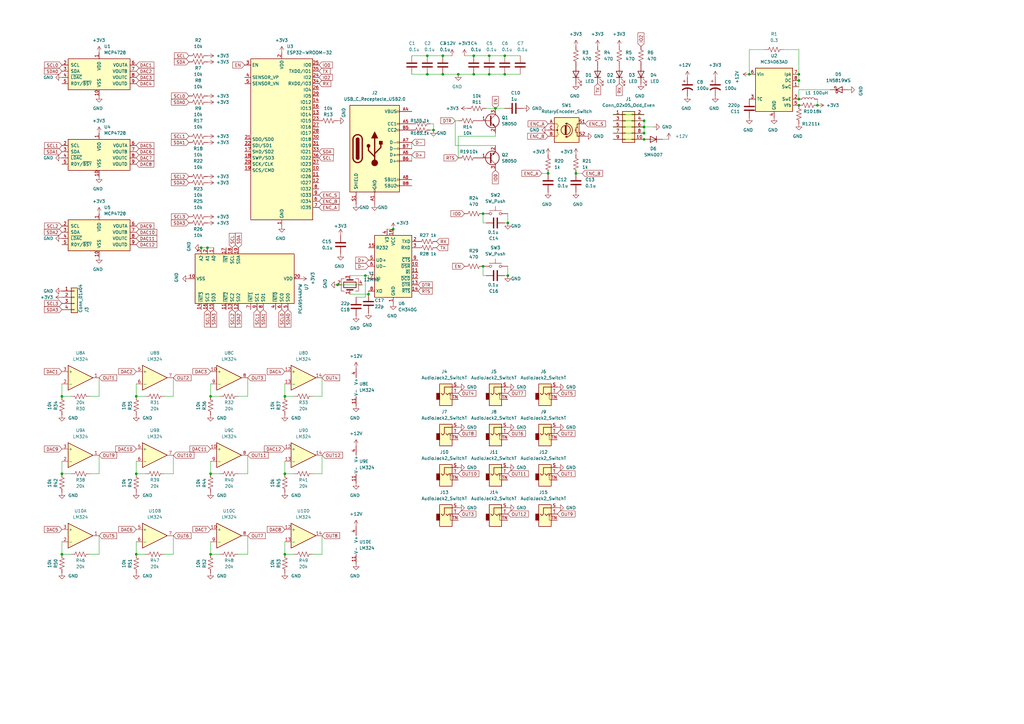
<source format=kicad_sch>
(kicad_sch (version 20211123) (generator eeschema)
  (paper "A3")
  (junction (at 203.2 44.45))
  (junction (at 194.31 22.86))
  (junction (at 327.66 33.02))
  (junction (at 149.86 113.03))
  (junction (at 208.28 113.03))
  (junction (at 86.36 194.31))
  (junction (at 207.01 30.48))
  (junction (at 175.26 22.86))
  (junction (at 198.12 109.22))
  (junction (at 198.12 87.63))
  (junction (at 200.66 30.48))
  (junction (at 327.66 30.48))
  (junction (at 175.26 30.48))
  (junction (at 181.61 22.86))
  (junction (at 116.84 227.33))
  (junction (at 161.29 93.98))
  (junction (at 116.84 194.31))
  (junction (at 264.16 54.61))
  (junction (at 264.16 52.07))
  (junction (at 85.09 101.6))
  (junction (at 25.4 194.31))
  (junction (at 200.66 22.86))
  (junction (at 55.88 227.33))
  (junction (at 327.66 43.18))
  (junction (at 25.4 227.33))
  (junction (at 307.34 30.48))
  (junction (at 151.13 120.65))
  (junction (at 55.88 194.31))
  (junction (at 177.8 53.34))
  (junction (at 327.66 40.64))
  (junction (at 187.96 30.48))
  (junction (at 116.84 162.56))
  (junction (at 208.28 91.44))
  (junction (at 236.22 71.12))
  (junction (at 224.79 71.12))
  (junction (at 194.31 30.48))
  (junction (at 207.01 22.86))
  (junction (at 264.16 57.15))
  (junction (at 25.4 162.56))
  (junction (at 82.55 101.6))
  (junction (at 86.36 227.33))
  (junction (at 138.43 116.84))
  (junction (at 264.16 49.53))
  (junction (at 335.28 43.18))
  (junction (at 181.61 30.48))
  (junction (at 55.88 162.56))
  (junction (at 86.36 162.56))
  (wire (pts (xy 55.88 157.48) (xy 55.88 162.56)))
  (wire (pts (xy 151.13 114.3) (xy 151.13 113.03)))
  (wire (pts (xy 151.13 113.03) (xy 149.86 113.03)))
  (wire (pts (xy 168.91 63.5) (xy 168.91 66.04)))
  (wire (pts (xy 321.31 20.32) (xy 327.66 20.32)))
  (wire (pts (xy 251.46 49.53) (xy 264.16 49.53)))
  (wire (pts (xy 194.31 30.48) (xy 200.66 30.48)))
  (wire (pts (xy 340.36 36.83) (xy 327.66 36.83)))
  (wire (pts (xy 85.09 101.6) (xy 82.55 101.6)))
  (wire (pts (xy 40.64 227.33) (xy 40.64 219.71)))
  (wire (pts (xy 86.36 227.33) (xy 90.17 227.33)))
  (wire (pts (xy 264.16 49.53) (xy 264.16 52.07)))
  (wire (pts (xy 116.84 162.56) (xy 120.65 162.56)))
  (wire (pts (xy 203.2 55.88) (xy 187.96 55.88)))
  (wire (pts (xy 116.84 157.48) (xy 116.84 162.56)))
  (wire (pts (xy 86.36 189.23) (xy 86.36 194.31)))
  (wire (pts (xy 25.4 157.48) (xy 25.4 162.56)))
  (wire (pts (xy 327.66 36.83) (xy 327.66 40.64)))
  (wire (pts (xy 101.6 194.31) (xy 101.6 186.69)))
  (wire (pts (xy 186.69 49.53) (xy 186.69 59.69)))
  (wire (pts (xy 25.4 222.25) (xy 25.4 227.33)))
  (wire (pts (xy 203.2 54.61) (xy 203.2 55.88)))
  (wire (pts (xy 194.31 22.86) (xy 200.66 22.86)))
  (wire (pts (xy 40.64 162.56) (xy 40.64 154.94)))
  (wire (pts (xy 86.36 157.48) (xy 86.36 162.56)))
  (wire (pts (xy 67.31 194.31) (xy 71.12 194.31)))
  (wire (pts (xy 67.31 162.56) (xy 71.12 162.56)))
  (wire (pts (xy 175.26 22.86) (xy 181.61 22.86)))
  (wire (pts (xy 207.01 91.44) (xy 208.28 91.44)))
  (wire (pts (xy 168.91 22.86) (xy 175.26 22.86)))
  (wire (pts (xy 313.69 20.32) (xy 307.34 20.32)))
  (wire (pts (xy 97.79 162.56) (xy 101.6 162.56)))
  (wire (pts (xy 116.84 222.25) (xy 116.84 227.33)))
  (wire (pts (xy 71.12 194.31) (xy 71.12 186.69)))
  (wire (pts (xy 132.08 194.31) (xy 132.08 186.69)))
  (wire (pts (xy 207.01 30.48) (xy 213.36 30.48)))
  (wire (pts (xy 132.08 227.33) (xy 132.08 219.71)))
  (wire (pts (xy 264.16 52.07) (xy 267.97 52.07)))
  (wire (pts (xy 200.66 22.86) (xy 207.01 22.86)))
  (wire (pts (xy 55.88 162.56) (xy 59.69 162.56)))
  (wire (pts (xy 327.66 33.02) (xy 327.66 35.56)))
  (wire (pts (xy 190.5 22.86) (xy 194.31 22.86)))
  (wire (pts (xy 151.13 119.38) (xy 151.13 120.65)))
  (wire (pts (xy 97.79 227.33) (xy 101.6 227.33)))
  (wire (pts (xy 128.27 194.31) (xy 132.08 194.31)))
  (wire (pts (xy 87.63 101.6) (xy 85.09 101.6)))
  (wire (pts (xy 36.83 227.33) (xy 40.64 227.33)))
  (wire (pts (xy 327.66 20.32) (xy 327.66 30.48)))
  (wire (pts (xy 264.16 52.07) (xy 264.16 54.61)))
  (wire (pts (xy 149.86 113.03) (xy 149.86 121.92)))
  (wire (pts (xy 181.61 22.86) (xy 185.42 22.86)))
  (wire (pts (xy 40.64 194.31) (xy 40.64 186.69)))
  (wire (pts (xy 128.27 162.56) (xy 132.08 162.56)))
  (wire (pts (xy 307.34 20.32) (xy 307.34 30.48)))
  (wire (pts (xy 158.75 93.98) (xy 161.29 93.98)))
  (wire (pts (xy 207.01 44.45) (xy 203.2 44.45)))
  (wire (pts (xy 151.13 120.65) (xy 143.51 120.65)))
  (wire (pts (xy 86.36 162.56) (xy 90.17 162.56)))
  (wire (pts (xy 208.28 91.44) (xy 208.28 87.63)))
  (wire (pts (xy 25.4 189.23) (xy 25.4 194.31)))
  (wire (pts (xy 176.53 50.8) (xy 177.8 50.8)))
  (wire (pts (xy 25.4 227.33) (xy 29.21 227.33)))
  (wire (pts (xy 36.83 162.56) (xy 40.64 162.56)))
  (wire (pts (xy 251.46 54.61) (xy 264.16 54.61)))
  (wire (pts (xy 198.12 87.63) (xy 198.12 91.44)))
  (wire (pts (xy 86.36 222.25) (xy 86.36 227.33)))
  (wire (pts (xy 25.4 194.31) (xy 29.21 194.31)))
  (wire (pts (xy 55.88 222.25) (xy 55.88 227.33)))
  (wire (pts (xy 200.66 30.48) (xy 207.01 30.48)))
  (wire (pts (xy 101.6 227.33) (xy 101.6 219.71)))
  (wire (pts (xy 101.6 162.56) (xy 101.6 154.94)))
  (wire (pts (xy 238.76 71.12) (xy 236.22 71.12)))
  (wire (pts (xy 251.46 52.07) (xy 264.16 52.07)))
  (wire (pts (xy 25.4 162.56) (xy 29.21 162.56)))
  (wire (pts (xy 36.83 194.31) (xy 40.64 194.31)))
  (wire (pts (xy 149.86 113.03) (xy 143.51 113.03)))
  (wire (pts (xy 116.84 227.33) (xy 120.65 227.33)))
  (wire (pts (xy 55.88 227.33) (xy 59.69 227.33)))
  (wire (pts (xy 251.46 46.99) (xy 264.16 46.99)))
  (wire (pts (xy 187.96 55.88) (xy 187.96 64.77)))
  (wire (pts (xy 222.25 71.12) (xy 224.79 71.12)))
  (wire (pts (xy 128.27 227.33) (xy 132.08 227.33)))
  (wire (pts (xy 327.66 30.48) (xy 327.66 33.02)))
  (wire (pts (xy 186.69 59.69) (xy 203.2 59.69)))
  (wire (pts (xy 55.88 189.23) (xy 55.88 194.31)))
  (wire (pts (xy 71.12 162.56) (xy 71.12 154.94)))
  (wire (pts (xy 67.31 227.33) (xy 71.12 227.33)))
  (wire (pts (xy 251.46 57.15) (xy 264.16 57.15)))
  (wire (pts (xy 132.08 162.56) (xy 132.08 154.94)))
  (wire (pts (xy 86.36 194.31) (xy 90.17 194.31)))
  (wire (pts (xy 55.88 194.31) (xy 59.69 194.31)))
  (wire (pts (xy 181.61 30.48) (xy 187.96 30.48)))
  (wire (pts (xy 207.01 22.86) (xy 213.36 22.86)))
  (wire (pts (xy 199.39 113.03) (xy 198.12 113.03)))
  (wire (pts (xy 176.53 53.34) (xy 177.8 53.34)))
  (wire (pts (xy 199.39 44.45) (xy 203.2 44.45)))
  (wire (pts (xy 146.05 121.92) (xy 149.86 121.92)))
  (wire (pts (xy 175.26 30.48) (xy 181.61 30.48)))
  (wire (pts (xy 168.91 58.42) (xy 168.91 60.96)))
  (wire (pts (xy 187.96 30.48) (xy 194.31 30.48)))
  (wire (pts (xy 198.12 113.03) (xy 198.12 109.22)))
  (wire (pts (xy 116.84 194.31) (xy 120.65 194.31)))
  (wire (pts (xy 138.43 116.84) (xy 148.59 116.84)))
  (wire (pts (xy 199.39 91.44) (xy 198.12 91.44)))
  (wire (pts (xy 97.79 194.31) (xy 101.6 194.31)))
  (wire (pts (xy 177.8 50.8) (xy 177.8 53.34)))
  (wire (pts (xy 208.28 109.22) (xy 208.28 113.03)))
  (wire (pts (xy 116.84 189.23) (xy 116.84 194.31)))
  (wire (pts (xy 186.69 49.53) (xy 187.96 49.53)))
  (wire (pts (xy 271.78 57.15) (xy 274.32 57.15)))
  (wire (pts (xy 168.91 30.48) (xy 175.26 30.48)))
  (wire (pts (xy 335.28 40.64) (xy 335.28 43.18)))
  (wire (pts (xy 207.01 113.03) (xy 208.28 113.03)))
  (wire (pts (xy 71.12 227.33) (xy 71.12 219.71)))
  (global_label "SDA3" (shape input) (at 77.47 91.44 180) (property "Intersheet References" "${INTERSHEET_REFS}" (effects hide)))
  (global_label "ENC_A" (shape input) (at 224.79 50.8 180) (property "Intersheet References" "${INTERSHEET_REFS}" (effects hide)))
  (global_label "D+" (shape input) (at 168.91 63.5 0) (property "Intersheet References" "${INTERSHEET_REFS}" (effects hide)))
  (global_label "TX" (shape input) (at 130.81 29.21 0) (property "Intersheet References" "${INTERSHEET_REFS}" (effects hide)))
  (global_label "RX" (shape input) (at 254 34.29 270) (property "Intersheet References" "${INTERSHEET_REFS}" (effects hide)))
  (global_label "SCL0" (shape input) (at 25.4 26.67 180) (property "Intersheet References" "${INTERSHEET_REFS}" (effects hide)))
  (global_label "SDA2" (shape input) (at 77.47 74.93 180) (property "Intersheet References" "${INTERSHEET_REFS}" (effects hide)))
  (global_label "D-" (shape input) (at 168.91 58.42 0) (property "Intersheet References" "${INTERSHEET_REFS}" (effects hide)))
  (global_label "OUT9" (shape input) (at 228.6 210.82 0) (property "Intersheet References" "${INTERSHEET_REFS}" (effects hide)))
  (global_label "DAC5" (shape input) (at 25.4 217.17 180) (property "Intersheet References" "${INTERSHEET_REFS}" (effects hide)))
  (global_label "SDA1" (shape input) (at 25.4 62.23 180) (property "Intersheet References" "${INTERSHEET_REFS}" (effects hide)))
  (global_label "OUT6" (shape input) (at 208.28 177.8 0) (property "Intersheet References" "${INTERSHEET_REFS}" (effects hide)))
  (global_label "ENC_A" (shape input) (at 130.81 85.09 0) (property "Intersheet References" "${INTERSHEET_REFS}" (effects hide)))
  (global_label "DAC5" (shape input) (at 55.88 59.69 0) (property "Intersheet References" "${INTERSHEET_REFS}" (effects hide)))
  (global_label "OUT11" (shape input) (at 101.6 186.69 0) (property "Intersheet References" "${INTERSHEET_REFS}" (effects hide)))
  (global_label "RX" (shape input) (at 130.81 34.29 0) (property "Intersheet References" "${INTERSHEET_REFS}" (effects hide)))
  (global_label "DAC7" (shape input) (at 55.88 64.77 0) (property "Intersheet References" "${INTERSHEET_REFS}" (effects hide)))
  (global_label "OUT10" (shape input) (at 71.12 186.69 0) (property "Intersheet References" "${INTERSHEET_REFS}" (effects hide)))
  (global_label "OUT7" (shape input) (at 101.6 219.71 0) (property "Intersheet References" "${INTERSHEET_REFS}" (effects hide)))
  (global_label "EN" (shape input) (at 100.33 26.67 180) (property "Intersheet References" "${INTERSHEET_REFS}" (effects hide)))
  (global_label "DAC4" (shape input) (at 116.84 152.4 180) (property "Intersheet References" "${INTERSHEET_REFS}" (effects hide)))
  (global_label "RTS" (shape input) (at 187.96 64.77 180) (property "Intersheet References" "${INTERSHEET_REFS}" (effects hide)))
  (global_label "SDA" (shape input) (at 130.81 62.23 0) (property "Intersheet References" "${INTERSHEET_REFS}" (effects hide)))
  (global_label "SCL1" (shape input) (at 25.4 59.69 180) (property "Intersheet References" "${INTERSHEET_REFS}" (effects hide)))
  (global_label "DAC8" (shape input) (at 55.88 67.31 0) (property "Intersheet References" "${INTERSHEET_REFS}" (effects hide)))
  (global_label "DAC6" (shape input) (at 55.88 62.23 0) (property "Intersheet References" "${INTERSHEET_REFS}" (effects hide)))
  (global_label "DAC6" (shape input) (at 55.88 217.17 180) (property "Intersheet References" "${INTERSHEET_REFS}" (effects hide)))
  (global_label "OUT4" (shape input) (at 187.96 161.29 0) (property "Intersheet References" "${INTERSHEET_REFS}" (effects hide)))
  (global_label "OUT11" (shape input) (at 208.28 194.31 0) (property "Intersheet References" "${INTERSHEET_REFS}" (effects hide)))
  (global_label "IO0" (shape input) (at 203.2 69.85 270) (property "Intersheet References" "${INTERSHEET_REFS}" (effects hide)))
  (global_label "OUT5" (shape input) (at 228.6 161.29 0) (property "Intersheet References" "${INTERSHEET_REFS}" (effects hide)))
  (global_label "OUT5" (shape input) (at 40.64 219.71 0) (property "Intersheet References" "${INTERSHEET_REFS}" (effects hide)))
  (global_label "DAC2" (shape input) (at 55.88 152.4 180) (property "Intersheet References" "${INTERSHEET_REFS}" (effects hide)))
  (global_label "SDA2" (shape input) (at 97.79 127 270) (property "Intersheet References" "${INTERSHEET_REFS}" (effects hide)))
  (global_label "SCL1" (shape input) (at 105.41 127 270) (property "Intersheet References" "${INTERSHEET_REFS}" (effects hide)))
  (global_label "ENC_S" (shape input) (at 240.03 50.8 0) (property "Intersheet References" "${INTERSHEET_REFS}" (effects hide)))
  (global_label "OUT10" (shape input) (at 187.96 194.31 0) (property "Intersheet References" "${INTERSHEET_REFS}" (effects hide)))
  (global_label "RTS" (shape input) (at 171.45 119.38 0) (property "Intersheet References" "${INTERSHEET_REFS}" (effects hide)))
  (global_label "SDA" (shape input) (at 97.79 101.6 90) (property "Intersheet References" "${INTERSHEET_REFS}" (effects hide)))
  (global_label "OUT8" (shape input) (at 132.08 219.71 0) (property "Intersheet References" "${INTERSHEET_REFS}" (effects hide)))
  (global_label "DAC10" (shape input) (at 55.88 95.25 0) (property "Intersheet References" "${INTERSHEET_REFS}" (effects hide)))
  (global_label "OUT1" (shape input) (at 228.6 194.31 0) (property "Intersheet References" "${INTERSHEET_REFS}" (effects hide)))
  (global_label "DAC4" (shape input) (at 55.88 34.29 0) (property "Intersheet References" "${INTERSHEET_REFS}" (effects hide)))
  (global_label "DAC1" (shape input) (at 25.4 152.4 180) (property "Intersheet References" "${INTERSHEET_REFS}" (effects hide)))
  (global_label "SDA2" (shape input) (at 25.4 95.25 180) (property "Intersheet References" "${INTERSHEET_REFS}" (effects hide)))
  (global_label "DAC9" (shape input) (at 55.88 92.71 0) (property "Intersheet References" "${INTERSHEET_REFS}" (effects hide)))
  (global_label "SCL" (shape input) (at 130.81 64.77 0) (property "Intersheet References" "${INTERSHEET_REFS}" (effects hide)))
  (global_label "EN" (shape input) (at 203.2 44.45 90) (property "Intersheet References" "${INTERSHEET_REFS}" (effects hide)))
  (global_label "SCL" (shape input) (at 95.25 101.6 90) (property "Intersheet References" "${INTERSHEET_REFS}" (effects hide)))
  (global_label "SCL" (shape input) (at 77.47 22.86 180) (property "Intersheet References" "${INTERSHEET_REFS}" (effects hide)))
  (global_label "OUT6" (shape input) (at 71.12 219.71 0) (property "Intersheet References" "${INTERSHEET_REFS}" (effects hide)))
  (global_label "OUT12" (shape input) (at 132.08 186.69 0) (property "Intersheet References" "${INTERSHEET_REFS}" (effects hide)))
  (global_label "DAC3" (shape input) (at 55.88 31.75 0) (property "Intersheet References" "${INTERSHEET_REFS}" (effects hide)))
  (global_label "IO2" (shape input) (at 130.81 31.75 0) (property "Intersheet References" "${INTERSHEET_REFS}" (effects hide)))
  (global_label "IO0" (shape input) (at 190.5 87.63 180) (property "Intersheet References" "${INTERSHEET_REFS}" (effects hide)))
  (global_label "D+" (shape input) (at 151.13 106.68 180) (property "Intersheet References" "${INTERSHEET_REFS}" (effects hide)))
  (global_label "OUT1" (shape input) (at 40.64 154.94 0) (property "Intersheet References" "${INTERSHEET_REFS}" (effects hide)))
  (global_label "SCL2" (shape input) (at 95.25 127 270) (property "Intersheet References" "${INTERSHEET_REFS}" (effects hide)))
  (global_label "DAC1" (shape input) (at 55.88 26.67 0) (property "Intersheet References" "${INTERSHEET_REFS}" (effects hide)))
  (global_label "OUT2" (shape input) (at 228.6 177.8 0) (property "Intersheet References" "${INTERSHEET_REFS}" (effects hide)))
  (global_label "DAC12" (shape input) (at 116.84 184.15 180) (property "Intersheet References" "${INTERSHEET_REFS}" (effects hide)))
  (global_label "DAC11" (shape input) (at 55.88 97.79 0) (property "Intersheet References" "${INTERSHEET_REFS}" (effects hide)))
  (global_label "OUT3" (shape input) (at 101.6 154.94 0) (property "Intersheet References" "${INTERSHEET_REFS}" (effects hide)))
  (global_label "DAC12" (shape input) (at 55.88 100.33 0) (property "Intersheet References" "${INTERSHEET_REFS}" (effects hide)))
  (global_label "D-" (shape input) (at 151.13 109.22 180) (property "Intersheet References" "${INTERSHEET_REFS}" (effects hide)))
  (global_label "SCL0" (shape input) (at 115.57 127 270) (property "Intersheet References" "${INTERSHEET_REFS}" (effects hide)))
  (global_label "ENC_A" (shape input) (at 222.25 71.12 180) (property "Intersheet References" "${INTERSHEET_REFS}" (effects hide)))
  (global_label "DAC10" (shape input) (at 55.88 184.15 180) (property "Intersheet References" "${INTERSHEET_REFS}" (effects hide)))
  (global_label "OUT7" (shape input) (at 208.28 161.29 0) (property "Intersheet References" "${INTERSHEET_REFS}" (effects hide)))
  (global_label "ENC_S" (shape input) (at 130.81 80.01 0) (property "Intersheet References" "${INTERSHEET_REFS}" (effects hide)))
  (global_label "OUT12" (shape input) (at 208.28 210.82 0) (property "Intersheet References" "${INTERSHEET_REFS}" (effects hide)))
  (global_label "SDA3" (shape input) (at 25.4 127 180) (property "Intersheet References" "${INTERSHEET_REFS}" (effects hide)))
  (global_label "SCL3" (shape input) (at 25.4 124.46 180) (property "Intersheet References" "${INTERSHEET_REFS}" (effects hide)))
  (global_label "DAC7" (shape input) (at 86.36 217.17 180) (property "Intersheet References" "${INTERSHEET_REFS}" (effects hide)))
  (global_label "SDA0" (shape input) (at 25.4 29.21 180) (property "Intersheet References" "${INTERSHEET_REFS}" (effects hide)))
  (global_label "OUT2" (shape input) (at 71.12 154.94 0) (property "Intersheet References" "${INTERSHEET_REFS}" (effects hide)))
  (global_label "SCL2" (shape input) (at 77.47 72.39 180) (property "Intersheet References" "${INTERSHEET_REFS}" (effects hide)))
  (global_label "DAC9" (shape input) (at 25.4 184.15 180) (property "Intersheet References" "${INTERSHEET_REFS}" (effects hide)))
  (global_label "SCL3" (shape input) (at 77.47 88.9 180) (property "Intersheet References" "${INTERSHEET_REFS}" (effects hide)))
  (global_label "DAC3" (shape input) (at 86.36 152.4 180) (property "Intersheet References" "${INTERSHEET_REFS}" (effects hide)))
  (global_label "ENC_B" (shape input) (at 238.76 71.12 0) (property "Intersheet References" "${INTERSHEET_REFS}" (effects hide)))
  (global_label "SCL2" (shape input) (at 25.4 92.71 180) (property "Intersheet References" "${INTERSHEET_REFS}" (effects hide)))
  (global_label "OUT4" (shape input) (at 132.08 154.94 0) (property "Intersheet References" "${INTERSHEET_REFS}" (effects hide)))
  (global_label "DAC8" (shape input) (at 116.84 217.17 180) (property "Intersheet References" "${INTERSHEET_REFS}" (effects hide)))
  (global_label "SDA0" (shape input) (at 118.11 127 270) (property "Intersheet References" "${INTERSHEET_REFS}" (effects hide)))
  (global_label "SDA1" (shape input) (at 77.47 58.42 180) (property "Intersheet References" "${INTERSHEET_REFS}" (effects hide)))
  (global_label "DTR" (shape input) (at 186.69 49.53 180) (property "Intersheet References" "${INTERSHEET_REFS}" (effects hide)))
  (global_label "SCL3" (shape input) (at 85.09 127 270) (property "Intersheet References" "${INTERSHEET_REFS}" (effects hide)))
  (global_label "OUT8" (shape input) (at 187.96 177.8 0) (property "Intersheet References" "${INTERSHEET_REFS}" (effects hide)))
  (global_label "OUT3" (shape input) (at 187.96 210.82 0) (property "Intersheet References" "${INTERSHEET_REFS}" (effects hide)))
  (global_label "OUT9" (shape input) (at 40.64 186.69 0) (property "Intersheet References" "${INTERSHEET_REFS}" (effects hide)))
  (global_label "ENC_B" (shape input) (at 130.81 82.55 0) (property "Intersheet References" "${INTERSHEET_REFS}" (effects hide)))
  (global_label "IO2" (shape input) (at 262.89 19.05 90) (property "Intersheet References" "${INTERSHEET_REFS}" (effects hide)))
  (global_label "DAC2" (shape input) (at 55.88 29.21 0) (property "Intersheet References" "${INTERSHEET_REFS}" (effects hide)))
  (global_label "SDA0" (shape input) (at 77.47 41.91 180) (property "Intersheet References" "${INTERSHEET_REFS}" (effects hide)))
  (global_label "TX" (shape input) (at 245.11 34.29 270) (property "Intersheet References" "${INTERSHEET_REFS}" (effects hide)))
  (global_label "SDA" (shape input) (at 77.47 25.4 180) (property "Intersheet References" "${INTERSHEET_REFS}" (effects hide)))
  (global_label "SCL0" (shape input) (at 77.47 39.37 180) (property "Intersheet References" "${INTERSHEET_REFS}" (effects hide)))
  (global_label "ENC_B" (shape input) (at 224.79 55.88 180) (property "Intersheet References" "${INTERSHEET_REFS}" (effects hide)))
  (global_label "IO0" (shape input) (at 130.81 26.67 0) (property "Intersheet References" "${INTERSHEET_REFS}" (effects hide)))
  (global_label "SCL1" (shape input) (at 77.47 55.88 180) (property "Intersheet References" "${INTERSHEET_REFS}" (effects hide)))
  (global_label "TX" (shape input) (at 179.07 101.6 0) (property "Intersheet References" "${INTERSHEET_REFS}" (effects hide)))
  (global_label "SDA3" (shape input) (at 87.63 127 270) (property "Intersheet References" "${INTERSHEET_REFS}" (effects hide)))
  (global_label "DTR" (shape input) (at 171.45 116.84 0) (property "Intersheet References" "${INTERSHEET_REFS}" (effects hide)))
  (global_label "DAC11" (shape input) (at 86.36 184.15 180) (property "Intersheet References" "${INTERSHEET_REFS}" (effects hide)))
  (global_label "RX" (shape input) (at 179.07 99.06 0) (property "Intersheet References" "${INTERSHEET_REFS}" (effects hide)))
  (global_label "SDA1" (shape input) (at 107.95 127 270) (property "Intersheet References" "${INTERSHEET_REFS}" (effects hide)))
  (global_label "EN" (shape input) (at 190.5 109.22 180) (property "Intersheet References" "${INTERSHEET_REFS}" (effects hide)))
  (symbol (lib_id "power:GND") (at 55.88 201.93 0) (unit 1)
    (property "Reference" "#PWR086" (effects hide))
    (property "Value" "GND" (at 58.42 203.2 0) (effects (justify left)))
  )
  (symbol (lib_id "Device:R_US") (at 81.28 88.9 90) (unit 1)
    (property "Reference" "R25" (at 81.28 82.55 90))
    (property "Value" "10k" (at 81.28 85.09 90))
    (property "Footprint" "Resistor_SMD:R_0603_1608Metric" (effects hide))
  )
  (symbol (lib_id "Amplifier_Operational:LM324") (at 148.59 190.5 0) (unit 5)
    (property "Reference" "U9" (at 147.32 189.2299 0) (effects (justify left)))
    (property "Value" "LM324" (at 147.32 191.7699 0) (effects (justify left)))
    (property "Footprint" "Package_SO:SOIC-14_3.9x8.7mm_P1.27mm" (effects hide))
    (property "Datasheet" "http://www.ti.com/lit/ds/symlink/lm2902-n.pdf" (effects hide))
  )
  (symbol (lib_id "RF_Module:ESP32-WROOM-32") (at 115.57 57.15 0) (unit 1)
    (property "Reference" "U3" (at 117.5894 19.05 0) (effects (justify left)))
    (property "Value" "ESP32-WROOM-32" (at 117.5894 21.59 0) (effects (justify left)))
    (property "Footprint" "RF_Module:ESP32-WROOM-32" (effects hide))
    (property "Datasheet" "https://www.espressif.com/sites/default/files/documentation/esp32-wroom-32_datasheet_en.pdf" (effects hide))
  )
  (symbol (lib_id "Connector_Generic:Conn_02x05_Odd_Even") (at 256.54 52.07 0) (unit 1)
    (property "Reference" "J1" (at 257.81 40.64 0))
    (property "Value" "Conn_02x05_Odd_Even" (at 257.81 43.18 0))
    (property "Footprint" "Connector_IDC:IDC-Header_2x05_P2.54mm_Vertical" (effects hide))
  )
  (symbol (lib_id "power:+3.3V") (at 236.22 63.5 0) (unit 1)
    (property "Reference" "#PWR039" (effects hide))
    (property "Value" "+3.3V" (at 234.95 62.23 0) (effects (justify right)))
  )
  (symbol (lib_id "Amplifier_Operational:LM324") (at 124.46 154.94 0) (unit 4)
    (property "Reference" "U8" (at 124.46 144.78 0))
    (property "Value" "LM324" (at 124.46 147.32 0))
    (property "Footprint" "Package_SO:SOIC-14_3.9x8.7mm_P1.27mm" (effects hide))
    (property "Datasheet" "http://www.ti.com/lit/ds/symlink/lm2902-n.pdf" (effects hide))
  )
  (symbol (lib_id "power:GND") (at 86.36 170.18 0) (unit 1)
    (property "Reference" "#PWR075" (effects hide))
    (property "Value" "GND" (at 88.9 171.45 0) (effects (justify left)))
  )
  (symbol (lib_id "Device:R_US") (at 224.79 67.31 180) (unit 1)
    (property "Reference" "R20" (at 227.33 66.0399 0) (effects (justify right)))
    (property "Value" "1k" (at 227.33 68.5799 0) (effects (justify right)))
    (property "Footprint" "Resistor_SMD:R_0603_1608Metric" (effects hide))
  )
  (symbol (lib_id "power:+3.3V") (at 85.09 72.39 270) (unit 1)
    (property "Reference" "#PWR042" (effects hide))
    (property "Value" "+3.3V" (at 93.98 72.39 90) (effects (justify right)))
  )
  (symbol (lib_id "Device:C") (at 139.7 100.33 0) (unit 1)
    (property "Reference" "C15" (at 132.08 99.06 0) (effects (justify left)))
    (property "Value" "0.1u" (at 132.08 101.6 0) (effects (justify left)))
    (property "Footprint" "Capacitor_SMD:C_0603_1608Metric" (effects hide))
  )
  (symbol (lib_id "Device:R_US") (at 55.88 231.14 0) (unit 1)
    (property "Reference" "R51" (at 53.34 231.14 90))
    (property "Value" "10k" (at 50.8 231.14 90))
    (property "Footprint" "Resistor_SMD:R_0603_1608Metric" (effects hide))
  )
  (symbol (lib_id "4ms_Power:+12V") (at 146.05 215.9 0) (unit 1)
    (property "Reference" "#PWR092" (effects hide))
    (property "Value" "+12V" (at 146.05 210.82 0))
  )
  (symbol (lib_id "power:GND") (at 347.98 36.83 90) (unit 1)
    (property "Reference" "#PWR017" (effects hide))
    (property "Value" "GND" (at 353.06 39.37 0) (effects (justify left)))
  )
  (symbol (lib_id "Diode:1N5819WS") (at 344.17 36.83 0) (unit 1)
    (property "Reference" "D5" (at 343.8525 30.48 0))
    (property "Value" "1N5819WS" (at 343.8525 33.02 0))
    (property "Footprint" "Diode_SMD:D_SOD-323" (effects hide))
    (property "Datasheet" "https://datasheet.lcsc.com/lcsc/2204281430_Guangdong-Hottech-1N5819WS_C191023.pdf" (effects hide))
  )
  (symbol (lib_id "power:GND") (at 208.28 91.44 0) (unit 1)
    (property "Reference" "#PWR051" (effects hide))
    (property "Value" "GND" (at 209.55 92.71 0) (effects (justify left)))
  )
  (symbol (lib_id "power:GND") (at 208.28 191.77 90) (unit 1)
    (property "Reference" "#PWR082" (effects hide))
    (property "Value" "GND" (at 215.9 191.77 90) (effects (justify left)))
  )
  (symbol (lib_id "Device:L") (at 331.47 40.64 90) (unit 1)
    (property "Reference" "L1" (at 331.47 38.1 90))
    (property "Value" "100uH" (at 336.55 38.1 90))
    (property "Footprint" "Inductor_SMD:L_7.3x7.3_H3.5" (effects hide))
  )
  (symbol (lib_id "power:GND") (at 55.88 234.95 0) (unit 1)
    (property "Reference" "#PWR095" (effects hide))
    (property "Value" "GND" (at 58.42 236.22 0) (effects (justify left)))
  )
  (symbol (lib_id "power:GND") (at 187.96 191.77 90) (unit 1)
    (property "Reference" "#PWR081" (effects hide))
    (property "Value" "GND" (at 195.58 191.77 90) (effects (justify left)))
  )
  (symbol (lib_id "Device:R_US") (at 245.11 22.86 180) (unit 1)
    (property "Reference" "R4" (at 247.65 21.5899 0) (effects (justify right)))
    (property "Value" "470" (at 247.65 24.1299 0) (effects (justify right)))
    (property "Footprint" "Resistor_SMD:R_0603_1608Metric" (effects hide))
  )
  (symbol (lib_id "power:GND") (at 138.43 116.84 270) (unit 1)
    (property "Reference" "#PWR062" (effects hide))
    (property "Value" "GND" (at 133.35 114.3 0) (effects (justify left)))
  )
  (symbol (lib_id "Amplifier_Operational:LM324") (at 148.59 223.52 0) (unit 5)
    (property "Reference" "U10" (at 147.32 222.2499 0) (effects (justify left)))
    (property "Value" "LM324" (at 147.32 224.7899 0) (effects (justify left)))
    (property "Footprint" "Package_SO:SOIC-14_3.9x8.7mm_P1.27mm" (effects hide))
    (property "Datasheet" "http://www.ti.com/lit/ds/symlink/lm2902-n.pdf" (effects hide))
  )
  (symbol (lib_id "power:GND") (at 25.4 31.75 270) (unit 1)
    (property "Reference" "#PWR012" (effects hide))
    (property "Value" "GND" (at 17.78 31.75 90) (effects (justify left)))
  )
  (symbol (lib_id "power:+3.3V") (at 293.37 31.75 0) (unit 1)
    (property "Reference" "#PWR014" (effects hide))
    (property "Value" "+3.3V" (at 295.91 26.67 0) (effects (justify right)))
  )
  (symbol (lib_id "Amplifier_Operational:LM324") (at 93.98 186.69 0) (unit 3)
    (property "Reference" "U9" (at 93.98 176.53 0))
    (property "Value" "LM324" (at 93.98 179.07 0))
    (property "Footprint" "Package_SO:SOIC-14_3.9x8.7mm_P1.27mm" (effects hide))
    (property "Datasheet" "http://www.ti.com/lit/ds/symlink/lm2902-n.pdf" (effects hide))
  )
  (symbol (lib_id "Device:R_US") (at 124.46 162.56 90) (unit 1)
    (property "Reference" "R33" (at 124.46 165.1 90))
    (property "Value" "20k" (at 124.46 167.64 90))
    (property "Footprint" "Resistor_SMD:R_0603_1608Metric" (effects hide))
  )
  (symbol (lib_id "Device:R_US") (at 33.02 227.33 90) (unit 1)
    (property "Reference" "R46" (at 33.02 229.87 90))
    (property "Value" "20k" (at 33.02 232.41 90))
    (property "Footprint" "Resistor_SMD:R_0603_1608Metric" (effects hide))
  )
  (symbol (lib_id "Amplifier_Operational:LM324") (at 124.46 219.71 0) (unit 4)
    (property "Reference" "U10" (at 124.46 209.55 0))
    (property "Value" "LM324" (at 124.46 212.09 0))
    (property "Footprint" "Package_SO:SOIC-14_3.9x8.7mm_P1.27mm" (effects hide))
    (property "Datasheet" "http://www.ti.com/lit/ds/symlink/lm2902-n.pdf" (effects hide))
  )
  (symbol (lib_id "Device:R_US") (at 81.28 41.91 90) (unit 1)
    (property "Reference" "R9" (at 81.28 44.45 90))
    (property "Value" "10k" (at 81.28 46.99 90))
    (property "Footprint" "Resistor_SMD:R_0603_1608Metric" (effects hide))
  )
  (symbol (lib_id "power:+3.3V") (at 25.4 121.92 90) (unit 1)
    (property "Reference" "#PWR064" (effects hide))
    (property "Value" "+3.3V" (at 16.51 121.92 90) (effects (justify right)))
  )
  (symbol (lib_id "power:+3.3V") (at 161.29 93.98 0) (unit 1)
    (property "Reference" "#PWR053" (effects hide))
    (property "Value" "+3.3V" (at 167.64 91.44 0) (effects (justify right)))
  )
  (symbol (lib_id "Device:C") (at 203.2 113.03 90) (unit 1)
    (property "Reference" "C16" (at 204.47 119.38 90) (effects (justify left)))
    (property "Value" "0.1u" (at 204.47 116.84 90) (effects (justify left)))
    (property "Footprint" "Capacitor_SMD:C_0603_1608Metric" (effects hide))
  )
  (symbol (lib_id "Amplifier_Operational:LM324") (at 63.5 219.71 0) (unit 2)
    (property "Reference" "U10" (at 63.5 209.55 0))
    (property "Value" "LM324" (at 63.5 212.09 0))
    (property "Footprint" "Package_SO:SOIC-14_3.9x8.7mm_P1.27mm" (effects hide))
    (property "Datasheet" "http://www.ti.com/lit/ds/symlink/lm2902-n.pdf" (effects hide))
  )
  (symbol (lib_id "power:GND") (at 187.96 30.48 0) (unit 1)
    (property "Reference" "#PWR010" (effects hide))
    (property "Value" "GND" (at 185.42 35.56 0) (effects (justify left)))
  )
  (symbol (lib_id "Connector:AudioJack2_SwitchT") (at 182.88 210.82 0) (unit 1)
    (property "Reference" "J13" (at 182.245 201.93 0))
    (property "Value" "AudioJack2_SwitchT" (at 182.245 204.47 0))
    (property "Footprint" "Connector_Audio:Jack_3.5mm_QingPu_WQP-PJ398SM_Vertical_CircularHoles" (effects hide))
  )
  (symbol (lib_id "Device:C_Polarized_US") (at 293.37 35.56 0) (unit 1)
    (property "Reference" "C9" (at 297.18 33.6549 0) (effects (justify left)))
    (property "Value" "100u" (at 297.18 36.1949 0) (effects (justify left)))
    (property "Footprint" "Capacitor_SMD:CP_Elec_5x5.7" (effects hide))
  )
  (symbol (lib_id "power:GND") (at 25.4 64.77 270) (unit 1)
    (property "Reference" "#PWR040" (effects hide))
    (property "Value" "GND" (at 17.78 64.77 90) (effects (justify left)))
  )
  (symbol (lib_id "Device:R_US") (at 25.4 231.14 0) (unit 1)
    (property "Reference" "R50" (at 22.86 231.14 90))
    (property "Value" "10k" (at 20.32 231.14 90))
    (property "Footprint" "Resistor_SMD:R_0603_1608Metric" (effects hide))
  )
  (symbol (lib_id "Connector:AudioJack2_SwitchT") (at 182.88 194.31 0) (unit 1)
    (property "Reference" "J10" (at 182.245 185.42 0))
    (property "Value" "AudioJack2_SwitchT" (at 182.245 187.96 0))
    (property "Footprint" "Connector_Audio:Jack_3.5mm_QingPu_WQP-PJ398SM_Vertical_CircularHoles" (effects hide))
  )
  (symbol (lib_id "power:GND") (at 187.96 208.28 90) (unit 1)
    (property "Reference" "#PWR089" (effects hide))
    (property "Value" "GND" (at 195.58 208.28 90) (effects (justify left)))
  )
  (symbol (lib_id "Device:R_US") (at 86.36 166.37 0) (unit 1)
    (property "Reference" "R36" (at 83.82 166.37 90))
    (property "Value" "10k" (at 81.28 166.37 90))
    (property "Footprint" "Resistor_SMD:R_0603_1608Metric" (effects hide))
  )
  (symbol (lib_id "Device:C") (at 210.82 44.45 270) (unit 1)
    (property "Reference" "C10" (at 209.55 38.1 90) (effects (justify left)))
    (property "Value" "1u" (at 209.55 40.64 90) (effects (justify left)))
    (property "Footprint" "Capacitor_SMD:C_0603_1608Metric" (effects hide))
  )
  (symbol (lib_id "power:GND") (at 240.03 55.88 90) (unit 1)
    (property "Reference" "#PWR035" (effects hide))
    (property "Value" "GND" (at 247.65 55.88 90) (effects (justify left)))
  )
  (symbol (lib_id "Amplifier_Operational:LM324") (at 33.02 219.71 0) (unit 1)
    (property "Reference" "U10" (at 33.02 209.55 0))
    (property "Value" "LM324" (at 33.02 212.09 0))
    (property "Footprint" "Package_SO:SOIC-14_3.9x8.7mm_P1.27mm" (effects hide))
    (property "Datasheet" "http://www.ti.com/lit/ds/symlink/lm2902-n.pdf" (effects hide))
  )
  (symbol (lib_id "power:+3.3V") (at 123.19 114.3 270) (unit 1)
    (property "Reference" "#PWR061" (effects hide))
    (property "Value" "+3.3V" (at 128.27 116.84 0) (effects (justify right)))
  )
  (symbol (lib_id "Device:R_US") (at 175.26 101.6 270) (unit 1)
    (property "Reference" "R28" (at 173.99 104.14 90))
    (property "Value" "1k" (at 177.8 104.14 90))
    (property "Footprint" "Resistor_SMD:R_0603_1608Metric" (effects hide))
  )
  (symbol (lib_id "power:+3.3V") (at 115.57 21.59 0) (unit 1)
    (property "Reference" "#PWR05" (effects hide))
    (property "Value" "+3.3V" (at 118.11 16.51 0) (effects (justify right)))
  )
  (symbol (lib_id "power:GND") (at 77.47 114.3 270) (unit 1)
    (property "Reference" "#PWR060" (effects hide))
    (property "Value" "GND" (at 72.39 111.76 0) (effects (justify left)))
  )
  (symbol (lib_id "power:+3.3V") (at 85.09 55.88 270) (unit 1)
    (property "Reference" "#PWR034" (effects hide))
    (property "Value" "+3.3V" (at 93.98 55.88 90) (effects (justify right)))
  )
  (symbol (lib_id "Device:LED") (at 254 30.48 90) (unit 1)
    (property "Reference" "D3" (at 257.81 30.7974 90) (effects (justify right)))
    (property "Value" "LED" (at 257.81 33.3374 90) (effects (justify right)))
    (property "Footprint" "LED_SMD:LED_0603_1608Metric" (effects hide))
  )
  (symbol (lib_id "power:GND") (at 327.66 50.8 0) (unit 1)
    (property "Reference" "#PWR029" (effects hide))
    (property "Value" "GND" (at 325.12 55.88 0) (effects (justify left)))
  )
  (symbol (lib_id "power:+3.3V") (at 40.64 87.63 0) (unit 1)
    (property "Reference" "#PWR048" (effects hide))
    (property "Value" "+3.3V" (at 43.18 82.55 0) (effects (justify right)))
  )
  (symbol (lib_id "power:GND") (at 86.36 234.95 0) (unit 1)
    (property "Reference" "#PWR096" (effects hide))
    (property "Value" "GND" (at 88.9 236.22 0) (effects (justify left)))
  )
  (symbol (lib_id "power:GND") (at 116.84 234.95 0) (unit 1)
    (property "Reference" "#PWR097" (effects hide))
    (property "Value" "GND" (at 119.38 236.22 0) (effects (justify left)))
  )
  (symbol (lib_id "power:GND") (at 214.63 44.45 90) (unit 1)
    (property "Reference" "#PWR025" (effects hide))
    (property "Value" "GND" (at 222.25 44.45 90) (effects (justify left)))
  )
  (symbol (lib_id "power:GND") (at 82.55 101.6 270) (unit 1)
    (property "Reference" "#PWR056" (effects hide))
    (property "Value" "GND" (at 77.47 99.06 0) (effects (justify left)))
  )
  (symbol (lib_id "Device:R_US") (at 63.5 227.33 90) (unit 1)
    (property "Reference" "R47" (at 63.5 229.87 90))
    (property "Value" "20k" (at 63.5 232.41 90))
    (property "Footprint" "Resistor_SMD:R_0603_1608Metric" (effects hide))
  )
  (symbol (lib_id "Amplifier_Operational:LM324") (at 148.59 158.75 0) (unit 5)
    (property "Reference" "U8" (at 147.32 157.4799 0) (effects (justify left)))
    (property "Value" "LM324" (at 147.32 160.0199 0) (effects (justify left)))
    (property "Footprint" "Package_SO:SOIC-14_3.9x8.7mm_P1.27mm" (effects hide))
    (property "Datasheet" "http://www.ti.com/lit/ds/symlink/lm2902-n.pdf" (effects hide))
  )
  (symbol (lib_id "Device:R_US") (at 327.66 46.99 0) (unit 1)
    (property "Reference" "R12" (at 328.93 50.8 0) (effects (justify left)))
    (property "Value" "11k" (at 332.74 50.8 0) (effects (justify left)))
    (property "Footprint" "Resistor_SMD:R_0603_1608Metric" (effects hide))
  )
  (symbol (lib_id "Device:R_US") (at 86.36 198.12 0) (unit 1)
    (property "Reference" "R44" (at 83.82 198.12 90))
    (property "Value" "10k" (at 81.28 198.12 90))
    (property "Footprint" "Resistor_SMD:R_0603_1608Metric" (effects hide))
  )
  (symbol (lib_id "power:+3.3V") (at 40.64 21.59 0) (unit 1)
    (property "Reference" "#PWR04" (effects hide))
    (property "Value" "+3.3V" (at 43.18 16.51 0) (effects (justify right)))
  )
  (symbol (lib_id "power:GND") (at 224.79 53.34 270) (unit 1)
    (property "Reference" "#PWR032" (effects hide))
    (property "Value" "GND" (at 217.17 53.34 90) (effects (justify left)))
  )
  (symbol (lib_id "Device:R_US") (at 81.28 22.86 90) (unit 1)
    (property "Reference" "R2" (at 81.28 16.51 90))
    (property "Value" "10k" (at 81.28 19.05 90))
    (property "Footprint" "Resistor_SMD:R_0603_1608Metric" (effects hide))
  )
  (symbol (lib_id "Device:R_US") (at 81.28 25.4 90) (unit 1)
    (property "Reference" "R7" (at 81.28 27.94 90))
    (property "Value" "10k" (at 81.28 30.48 90))
    (property "Footprint" "Resistor_SMD:R_0603_1608Metric" (effects hide))
  )
  (symbol (lib_id "Connector:AudioJack2_SwitchT") (at 223.52 194.31 0) (unit 1)
    (property "Reference" "J12" (at 222.885 185.42 0))
    (property "Value" "AudioJack2_SwitchT" (at 222.885 187.96 0))
    (property "Footprint" "Connector_Audio:Jack_3.5mm_QingPu_WQP-PJ398SM_Vertical_CircularHoles" (effects hide))
  )
  (symbol (lib_id "Device:C") (at 207.01 26.67 0) (unit 1)
    (property "Reference" "C6" (at 205.74 17.78 0) (effects (justify left)))
    (property "Value" "0.1u" (at 205.74 20.32 0) (effects (justify left)))
    (property "Footprint" "Capacitor_SMD:C_0603_1608Metric" (effects hide))
  )
  (symbol (lib_id "Amplifier_Operational:LM324") (at 33.02 186.69 0) (unit 1)
    (property "Reference" "U9" (at 33.02 176.53 0))
    (property "Value" "LM324" (at 33.02 179.07 0))
    (property "Footprint" "Package_SO:SOIC-14_3.9x8.7mm_P1.27mm" (effects hide))
    (property "Datasheet" "http://www.ti.com/lit/ds/symlink/lm2902-n.pdf" (effects hide))
  )
  (symbol (lib_id "Device:R_US") (at 55.88 166.37 0) (unit 1)
    (property "Reference" "R35" (at 53.34 166.37 90))
    (property "Value" "10k" (at 50.8 166.37 90))
    (property "Footprint" "Resistor_SMD:R_0603_1608Metric" (effects hide))
  )
  (symbol (lib_id "power:GND") (at 187.96 175.26 90) (unit 1)
    (property "Reference" "#PWR077" (effects hide))
    (property "Value" "GND" (at 195.58 175.26 90) (effects (justify left)))
  )
  (symbol (lib_id "Device:R_US") (at 25.4 198.12 0) (unit 1)
    (property "Reference" "R42" (at 22.86 198.12 90))
    (property "Value" "10k" (at 20.32 198.12 90))
    (property "Footprint" "Resistor_SMD:R_0603_1608Metric" (effects hide))
  )
  (symbol (lib_id "Amplifier_Operational:LM324") (at 124.46 186.69 0) (unit 4)
    (property "Reference" "U9" (at 124.46 176.53 0))
    (property "Value" "LM324" (at 124.46 179.07 0))
    (property "Footprint" "Package_SO:SOIC-14_3.9x8.7mm_P1.27mm" (effects hide))
    (property "Datasheet" "http://www.ti.com/lit/ds/symlink/lm2902-n.pdf" (effects hide))
  )
  (symbol (lib_id "Device:R_US") (at 63.5 194.31 90) (unit 1)
    (property "Reference" "R39" (at 63.5 196.85 90))
    (property "Value" "20k" (at 63.5 199.39 90))
    (property "Footprint" "Resistor_SMD:R_0603_1608Metric" (effects hide))
  )
  (symbol (lib_id "Amplifier_Operational:LM324") (at 93.98 154.94 0) (unit 3)
    (property "Reference" "U8" (at 93.98 144.78 0))
    (property "Value" "LM324" (at 93.98 147.32 0))
    (property "Footprint" "Package_SO:SOIC-14_3.9x8.7mm_P1.27mm" (effects hide))
    (property "Datasheet" "http://www.ti.com/lit/ds/symlink/lm2902-n.pdf" (effects hide))
  )
  (symbol (lib_id "power:GND") (at 281.94 39.37 0) (unit 1)
    (property "Reference" "#PWR020" (effects hide))
    (property "Value" "GND" (at 279.4 44.45 0) (effects (justify left)))
  )
  (symbol (lib_id "Amplifier_Operational:LM324") (at 33.02 154.94 0) (unit 1)
    (property "Reference" "U8" (at 33.02 144.78 0))
    (property "Value" "LM324" (at 33.02 147.32 0))
    (property "Footprint" "Package_SO:SOIC-14_3.9x8.7mm_P1.27mm" (effects hide))
    (property "Datasheet" "http://www.ti.com/lit/ds/symlink/lm2902-n.pdf" (effects hide))
  )
  (symbol (lib_id "Device:R_US") (at 55.88 198.12 0) (unit 1)
    (property "Reference" "R43" (at 53.34 198.12 90))
    (property "Value" "10k" (at 50.8 198.12 90))
    (property "Footprint" "Resistor_SMD:R_0603_1608Metric" (effects hide))
  )
  (symbol (lib_id "power:+3.3V") (at 85.09 58.42 270) (unit 1)
    (property "Reference" "#PWR037" (effects hide))
    (property "Value" "+3.3V" (at 93.98 58.42 90) (effects (justify right)))
  )
  (symbol (lib_id "power:GND") (at 116.84 201.93 0) (unit 1)
    (property "Reference" "#PWR088" (effects hide))
    (property "Value" "GND" (at 119.38 203.2 0) (effects (justify left)))
  )
  (symbol (lib_id "Device:C") (at 151.13 124.46 0) (unit 1)
    (property "Reference" "C17" (at 153.67 123.19 0) (effects (justify left)))
    (property "Value" "22p" (at 153.67 125.73 0) (effects (justify left)))
    (property "Footprint" "Capacitor_SMD:C_0603_1608Metric" (effects hide))
  )
  (symbol (lib_id "Device:R_US") (at 116.84 166.37 0) (unit 1)
    (property "Reference" "R37" (at 114.3 166.37 90))
    (property "Value" "10k" (at 111.76 166.37 90))
    (property "Footprint" "Resistor_SMD:R_0603_1608Metric" (effects hide))
  )
  (symbol (lib_id "Regulator_Switching:MC34063AD") (at 317.5 35.56 0) (unit 1)
    (property "Reference" "U2" (at 317.5 22.86 0))
    (property "Value" "MC34063AD" (at 317.5 25.4 0))
    (property "Footprint" "Package_SO:SOIC-8_3.9x4.9mm_P1.27mm" (effects hide))
    (property "Datasheet" "http://www.onsemi.com/pub_link/Collateral/MC34063A-D.PDF" (effects hide))
  )
  (symbol (lib_id "Device:R_US") (at 81.28 91.44 90) (unit 1)
    (property "Reference" "R26" (at 81.28 93.98 90))
    (property "Value" "10k" (at 81.28 96.52 90))
    (property "Footprint" "Resistor_SMD:R_0603_1608Metric" (effects hide))
  )
  (symbol (lib_id "power:GND") (at 86.36 201.93 0) (unit 1)
    (property "Reference" "#PWR087" (effects hide))
    (property "Value" "GND" (at 88.9 203.2 0) (effects (justify left)))
  )
  (symbol (lib_id "Device:R_US") (at 172.72 53.34 270) (unit 1)
    (property "Reference" "R16" (at 170.18 54.61 90))
    (property "Value" "5.1k" (at 173.99 54.61 90))
    (property "Footprint" "Resistor_SMD:R_0603_1608Metric" (effects hide))
  )
  (symbol (lib_id "Device:R_US") (at 195.58 44.45 270) (unit 1)
    (property "Reference" "R11" (at 195.58 41.91 90))
    (property "Value" "10k" (at 195.58 39.37 90))
    (property "Footprint" "Resistor_SMD:R_0603_1608Metric" (effects hide))
  )
  (symbol (lib_id "power:+3.3V") (at 85.09 22.86 270) (unit 1)
    (property "Reference" "#PWR06" (effects hide))
    (property "Value" "+3.3V" (at 93.98 22.86 90) (effects (justify right)))
  )
  (symbol (lib_id "power:GND") (at 236.22 78.74 0) (unit 1)
    (property "Reference" "#PWR045" (effects hide))
    (property "Value" "GND" (at 234.95 83.82 0) (effects (justify left)))
  )
  (symbol (lib_id "Device:R_US") (at 172.72 50.8 270) (unit 1)
    (property "Reference" "R15" (at 170.18 49.53 90))
    (property "Value" "5.1k" (at 173.99 49.53 90))
    (property "Footprint" "Resistor_SMD:R_0603_1608Metric" (effects hide))
  )
  (symbol (lib_id "Device:R_US") (at 331.47 43.18 90) (unit 1)
    (property "Reference" "R10" (at 331.47 45.72 90))
    (property "Value" "18k" (at 335.28 45.72 90))
    (property "Footprint" "Resistor_SMD:R_0603_1608Metric" (effects hide))
  )
  (symbol (lib_id "Connector:AudioJack2_SwitchT") (at 203.2 194.31 0) (unit 1)
    (property "Reference" "J11" (at 202.565 185.42 0))
    (property "Value" "AudioJack2_SwitchT" (at 202.565 187.96 0))
    (property "Footprint" "Connector_Audio:Jack_3.5mm_QingPu_WQP-PJ398SM_Vertical_CircularHoles" (effects hide))
  )
  (symbol (lib_id "power:GND") (at 236.22 34.29 0) (unit 1)
    (property "Reference" "#PWR015" (effects hide))
    (property "Value" "GND" (at 233.68 39.37 0) (effects (justify left)))
  )
  (symbol (lib_id "power:+3.3V") (at 85.09 91.44 270) (unit 1)
    (property "Reference" "#PWR050" (effects hide))
    (property "Value" "+3.3V" (at 93.98 91.44 90) (effects (justify right)))
  )
  (symbol (lib_id "Device:C") (at 307.34 44.45 180) (unit 1)
    (property "Reference" "C11" (at 303.53 45.72 0) (effects (justify left)))
    (property "Value" "220p" (at 303.53 43.18 0) (effects (justify left)))
    (property "Footprint" "Capacitor_SMD:C_0603_1608Metric" (effects hide))
  )
  (symbol (lib_id "Device:R_US") (at 134.62 49.53 270) (unit 1)
    (property "Reference" "R13" (at 134.62 46.99 90))
    (property "Value" "10k" (at 134.62 44.45 90))
    (property "Footprint" "Resistor_SMD:R_0603_1608Metric" (effects hide))
  )
  (symbol (lib_id "Device:C") (at 168.91 26.67 0) (unit 1)
    (property "Reference" "C1" (at 167.64 17.78 0) (effects (justify left)))
    (property "Value" "0.1u" (at 167.64 20.32 0) (effects (justify left)))
    (property "Footprint" "Capacitor_SMD:C_0603_1608Metric" (effects hide))
  )
  (symbol (lib_id "power:GND") (at 25.4 234.95 0) (unit 1)
    (property "Reference" "#PWR094" (effects hide))
    (property "Value" "GND" (at 27.94 236.22 0) (effects (justify left)))
  )
  (symbol (lib_id "Device:R_US") (at 81.28 58.42 90) (unit 1)
    (property "Reference" "R18" (at 81.28 60.96 90))
    (property "Value" "10k" (at 81.28 63.5 90))
    (property "Footprint" "Resistor_SMD:R_0603_1608Metric" (effects hide))
  )
  (symbol (lib_id "power:GND") (at 151.13 128.27 0) (unit 1)
    (property "Reference" "#PWR066" (effects hide))
    (property "Value" "GND" (at 148.59 133.35 0) (effects (justify left)))
  )
  (symbol (lib_id "Device:R_US") (at 81.28 72.39 90) (unit 1)
    (property "Reference" "R22" (at 81.28 66.04 90))
    (property "Value" "10k" (at 81.28 68.58 90))
    (property "Footprint" "Resistor_SMD:R_0603_1608Metric" (effects hide))
  )
  (symbol (lib_id "Device:R_US") (at 124.46 227.33 90) (unit 1)
    (property "Reference" "R49" (at 124.46 229.87 90))
    (property "Value" "20k" (at 124.46 232.41 90))
    (property "Footprint" "Resistor_SMD:R_0603_1608Metric" (effects hide))
  )
  (symbol (lib_id "Connector:USB_C_Receptacle_USB2.0") (at 153.67 60.96 0) (unit 1)
    (property "Reference" "J2" (at 153.67 38.1 0))
    (property "Value" "USB_C_Receptacle_USB2.0" (at 153.67 40.64 0))
    (property "Footprint" "Connector_USB:USB_C_Receptacle_Palconn_UTC16-G" (effects hide))
    (property "Datasheet" "https://www.usb.org/sites/default/files/documents/usb_type-c.zip" (effects hide))
  )
  (symbol (lib_id "power:GND") (at 139.7 104.14 0) (unit 1)
    (property "Reference" "#PWR057" (effects hide))
    (property "Value" "GND" (at 137.16 109.22 0) (effects (justify left)))
  )
  (symbol (lib_id "Analog_DAC:MCP4728") (at 40.64 62.23 0) (unit 1)
    (property "Reference" "U4" (at 42.6594 52.07 0) (effects (justify left)))
    (property "Value" "MCP4728" (at 42.6594 54.61 0) (effects (justify left)))
    (property "Footprint" "Package_SO:MSOP-10_3x3mm_P0.5mm" (effects hide))
    (property "Datasheet" "http://ww1.microchip.com/downloads/en/DeviceDoc/22187E.pdf" (effects hide))
  )
  (symbol (lib_id "power:+3.3V") (at 40.64 54.61 0) (unit 1)
    (property "Reference" "#PWR033" (effects hide))
    (property "Value" "+3.3V" (at 43.18 49.53 0) (effects (justify right)))
  )
  (symbol (lib_id "Device:R_US") (at 93.98 227.33 90) (unit 1)
    (property "Reference" "R48" (at 93.98 229.87 90))
    (property "Value" "20k" (at 93.98 232.41 90))
    (property "Footprint" "Resistor_SMD:R_0603_1608Metric" (effects hide))
  )
  (symbol (lib_id "power:GND") (at 146.05 166.37 0) (unit 1)
    (property "Reference" "#PWR072" (effects hide))
    (property "Value" "GND" (at 143.51 171.45 0) (effects (justify left)))
  )
  (symbol (lib_id "Connector:AudioJack2_SwitchT") (at 203.2 161.29 0) (unit 1)
    (property "Reference" "J5" (at 202.565 152.4 0))
    (property "Value" "AudioJack2_SwitchT" (at 202.565 154.94 0))
    (property "Footprint" "Connector_Audio:Jack_3.5mm_QingPu_WQP-PJ398SM_Vertical_CircularHoles" (effects hide))
  )
  (symbol (lib_id "Interface_USB:CH340G") (at 161.29 109.22 0) (unit 1)
    (property "Reference" "U6" (at 163.3094 124.46 0) (effects (justify left)))
    (property "Value" "CH340G" (at 163.3094 127 0) (effects (justify left)))
    (property "Footprint" "Package_SO:SOIC-16_3.9x9.9mm_P1.27mm" (effects hide))
    (property "Datasheet" "http://www.datasheet5.com/pdf-local-2195953" (effects hide))
  )
  (symbol (lib_id "Device:C") (at 224.79 74.93 0) (unit 1)
    (property "Reference" "C12" (at 228.6 73.66 0) (effects (justify left)))
    (property "Value" "0.1u" (at 228.6 76.2 0) (effects (justify left)))
    (property "Footprint" "Capacitor_SMD:C_0603_1608Metric" (effects hide))
  )
  (symbol (lib_id "Device:LED") (at 236.22 30.48 90) (unit 1)
    (property "Reference" "D1" (at 240.03 30.7974 90) (effects (justify right)))
    (property "Value" "LED" (at 240.03 33.3374 90) (effects (justify right)))
    (property "Footprint" "LED_SMD:LED_0603_1608Metric" (effects hide))
  )
  (symbol (lib_id "power:GND") (at 208.28 113.03 0) (unit 1)
    (property "Reference" "#PWR059" (effects hide))
    (property "Value" "GND" (at 209.55 114.3 0) (effects (justify left)))
  )
  (symbol (lib_id "power:GND") (at 146.05 198.12 0) (unit 1)
    (property "Reference" "#PWR084" (effects hide))
    (property "Value" "GND" (at 143.51 203.2 0) (effects (justify left)))
  )
  (symbol (lib_id "power:GND") (at 177.8 53.34 0) (unit 1)
    (property "Reference" "#PWR031" (effects hide))
    (property "Value" "GND" (at 179.07 54.61 0) (effects (justify left)))
  )
  (symbol (lib_id "Device:C") (at 175.26 26.67 0) (unit 1)
    (property "Reference" "C2" (at 173.99 17.78 0) (effects (justify left)))
    (property "Value" "0.1u" (at 173.99 20.32 0) (effects (justify left)))
    (property "Footprint" "Capacitor_SMD:C_0603_1608Metric" (effects hide))
  )
  (symbol (lib_id "power:+3.3V") (at 191.77 44.45 90) (unit 1)
    (property "Reference" "#PWR024" (effects hide))
    (property "Value" "+3.3V" (at 182.88 44.45 90) (effects (justify right)))
  )
  (symbol (lib_id "power:+3.3V") (at 139.7 96.52 0) (unit 1)
    (property "Reference" "#PWR054" (effects hide))
    (property "Value" "+3.3V" (at 142.24 92.71 0) (effects (justify right)))
  )
  (symbol (lib_id "Device:C") (at 200.66 26.67 0) (unit 1)
    (property "Reference" "C5" (at 199.39 17.78 0) (effects (justify left)))
    (property "Value" "0.1u" (at 199.39 20.32 0) (effects (justify left)))
    (property "Footprint" "Capacitor_SMD:C_0603_1608Metric" (effects hide))
  )
  (symbol (lib_id "Transistor_BJT:MMBT3904") (at 200.66 64.77 0) (mirror x) (unit 1)
    (property "Reference" "Q2" (at 205.74 63.4999 0) (effects (justify left)))
    (property "Value" "S8050" (at 205.74 66.0399 0) (effects (justify left)))
    (property "Footprint" "Package_TO_SOT_SMD:SOT-23" (effects hide))
    (property "Datasheet" "https://www.onsemi.com/pub/Collateral/2N3903-D.PDF" (effects hide))
  )
  (symbol (lib_id "power:GND") (at 25.4 170.18 0) (unit 1)
    (property "Reference" "#PWR073" (effects hide))
    (property "Value" "GND" (at 27.94 171.45 0) (effects (justify left)))
  )
  (symbol (lib_id "power:GND") (at 55.88 170.18 0) (unit 1)
    (property "Reference" "#PWR074" (effects hide))
    (property "Value" "GND" (at 58.42 171.45 0) (effects (justify left)))
  )
  (symbol (lib_id "power:GND") (at 25.4 119.38 270) (unit 1)
    (property "Reference" "#PWR063" (effects hide))
    (property "Value" "GND" (at 17.78 119.38 90) (effects (justify left)))
  )
  (symbol (lib_id "Device:LED") (at 245.11 30.48 90) (unit 1)
    (property "Reference" "D2" (at 248.92 30.7974 90) (effects (justify right)))
    (property "Value" "LED" (at 248.92 33.3374 90) (effects (justify right)))
    (property "Footprint" "LED_SMD:LED_0603_1608Metric" (effects hide))
  )
  (symbol (lib_id "Device:R_US") (at 194.31 87.63 270) (unit 1)
    (property "Reference" "R24" (at 194.31 81.28 90))
    (property "Value" "470" (at 194.31 83.82 90))
    (property "Footprint" "Resistor_SMD:R_0603_1608Metric" (effects hide))
  )
  (symbol (lib_id "Device:R_US") (at 194.31 109.22 270) (unit 1)
    (property "Reference" "R29" (at 194.31 102.87 90))
    (property "Value" "470" (at 194.31 105.41 90))
    (property "Footprint" "Resistor_SMD:R_0603_1608Metric" (effects hide))
  )
  (symbol (lib_id "power:GND") (at 115.57 92.71 0) (unit 1)
    (property "Reference" "#PWR052" (effects hide))
    (property "Value" "GND" (at 113.03 97.79 0) (effects (justify left)))
  )
  (symbol (lib_id "Connector_Generic:Conn_01x04") (at 30.48 121.92 0) (unit 1)
    (property "Reference" "J3" (at 35.56 128.27 90) (effects (justify left)))
    (property "Value" "Conn_01x04" (at 33.02 128.27 90) (effects (justify left)))
    (property "Footprint" "AlexCustom:SSD1106" (effects hide))
  )
  (symbol (lib_id "power:GND") (at 153.67 83.82 0) (unit 1)
    (property "Reference" "#PWR047" (effects hide))
    (property "Value" "GND" (at 154.94 85.09 0) (effects (justify left)))
  )
  (symbol (lib_id "power:GND") (at 116.84 170.18 0) (unit 1)
    (property "Reference" "#PWR076" (effects hide))
    (property "Value" "GND" (at 119.38 171.45 0) (effects (justify left)))
  )
  (symbol (lib_id "Amplifier_Operational:LM324") (at 63.5 186.69 0) (unit 2)
    (property "Reference" "U9" (at 63.5 176.53 0))
    (property "Value" "LM324" (at 63.5 179.07 0))
    (property "Footprint" "Package_SO:SOIC-14_3.9x8.7mm_P1.27mm" (effects hide))
    (property "Datasheet" "http://www.ti.com/lit/ds/symlink/lm2902-n.pdf" (effects hide))
  )
  (symbol (lib_id "power:GND") (at 293.37 39.37 0) (unit 1)
    (property "Reference" "#PWR021" (effects hide))
    (property "Value" "GND" (at 290.83 44.45 0) (effects (justify left)))
  )
  (symbol (lib_id "Device:R_US") (at 33.02 162.56 90) (mirror x) (unit 1)
    (property "Reference" "R30" (at 33.02 167.64 90))
    (property "Value" "20k" (at 33.02 165.1 90))
    (property "Footprint" "Resistor_SMD:R_0603_1608Metric" (effects hide))
  )
  (symbol (lib_id "power:+3.3V") (at 85.09 74.93 270) (unit 1)
    (property "Reference" "#PWR043" (effects hide))
    (property "Value" "+3.3V" (at 93.98 74.93 90) (effects (justify right)))
  )
  (symbol (lib_id "power:+12V") (at 307.34 30.48 90) (mirror x) (unit 1)
    (property "Reference" "#PWR011" (effects hide))
    (property "Value" "+12V" (at 302.26 34.29 0) (effects (justify right)))
  )
  (symbol (lib_id "Diode:SM4007") (at 267.97 57.15 180) (unit 1)
    (property "Reference" "D6" (at 267.97 60.96 0))
    (property "Value" "SM4007" (at 267.97 63.5 0))
    (property "Footprint" "Diode_SMD:D_SOD-123" (effects hide))
    (property "Datasheet" "http://cdn-reichelt.de/documents/datenblatt/A400/SMD1N400%23DIO.pdf" (effects hide))
  )
  (symbol (lib_id "Device:C") (at 181.61 26.67 0) (unit 1)
    (property "Reference" "C3" (at 180.34 17.78 0) (effects (justify left)))
    (property "Value" "0.1u" (at 180.34 20.32 0) (effects (justify left)))
    (property "Footprint" "Capacitor_SMD:C_0603_1608Metric" (effects hide))
  )
  (symbol (lib_id "Connector:AudioJack2_SwitchT") (at 203.2 177.8 0) (unit 1)
    (property "Reference" "J8" (at 202.565 168.91 0))
    (property "Value" "AudioJack2_SwitchT" (at 202.565 171.45 0))
    (property "Footprint" "Connector_Audio:Jack_3.5mm_QingPu_WQP-PJ398SM_Vertical_CircularHoles" (effects hide))
  )
  (symbol (lib_id "Device:LED") (at 262.89 30.48 90) (unit 1)
    (property "Reference" "D4" (at 266.7 30.7974 90) (effects (justify right)))
    (property "Value" "LED" (at 266.7 33.3374 90) (effects (justify right)))
    (property "Footprint" "LED_SMD:LED_0603_1608Metric" (effects hide))
  )
  (symbol (lib_id "Device:R_US") (at 63.5 162.56 90) (unit 1)
    (property "Reference" "R31" (at 63.5 165.1 90))
    (property "Value" "20k" (at 63.5 167.64 90))
    (property "Footprint" "Resistor_SMD:R_0603_1608Metric" (effects hide))
  )
  (symbol (lib_id "power:GND") (at 146.05 83.82 0) (unit 1)
    (property "Reference" "#PWR046" (effects hide))
    (property "Value" "GND" (at 147.32 85.09 0) (effects (justify left)))
  )
  (symbol (lib_id "Device:C") (at 213.36 26.67 0) (unit 1)
    (property "Reference" "C7" (at 212.09 17.78 0) (effects (justify left)))
    (property "Value" "0.1u" (at 212.09 20.32 0) (effects (justify left)))
    (property "Footprint" "Capacitor_SMD:C_0603_1608Metric" (effects hide))
  )
  (symbol (lib_id "power:GND") (at 161.29 124.46 0) (unit 1)
    (property "Reference" "#PWR065" (effects hide))
    (property "Value" "GND" (at 158.75 129.54 0) (effects (justify left)))
  )
  (symbol (lib_id "Device:R_US") (at 81.28 39.37 90) (unit 1)
    (property "Reference" "R8" (at 81.28 33.02 90))
    (property "Value" "10k" (at 81.28 35.56 90))
    (property "Footprint" "Resistor_SMD:R_0603_1608Metric" (effects hide))
  )
  (symbol (lib_id "Device:R_US") (at 236.22 22.86 180) (unit 1)
    (property "Reference" "R3" (at 238.76 21.5899 0) (effects (justify right)))
    (property "Value" "470" (at 238.76 24.1299 0) (effects (justify right)))
    (property "Footprint" "Resistor_SMD:R_0603_1608Metric" (effects hide))
  )
  (symbol (lib_id "power:GND") (at 307.34 48.26 0) (unit 1)
    (property "Reference" "#PWR026" (effects hide))
    (property "Value" "GND" (at 304.8 53.34 0) (effects (justify left)))
  )
  (symbol (lib_id "Device:R_US") (at 175.26 99.06 270) (unit 1)
    (property "Reference" "R27" (at 173.99 96.52 90))
    (property "Value" "1k" (at 177.8 96.52 90))
    (property "Footprint" "Resistor_SMD:R_0603_1608Metric" (effects hide))
  )
  (symbol (lib_id "power:GND") (at 208.28 208.28 90) (unit 1)
    (property "Reference" "#PWR090" (effects hide))
    (property "Value" "GND" (at 215.9 208.28 90) (effects (justify left)))
  )
  (symbol (lib_id "Connector:AudioJack2_SwitchT") (at 223.52 210.82 0) (unit 1)
    (property "Reference" "J15" (at 222.885 201.93 0))
    (property "Value" "AudioJack2_SwitchT" (at 222.885 204.47 0))
    (property "Footprint" "Connector_Audio:Jack_3.5mm_QingPu_WQP-PJ398SM_Vertical_CircularHoles" (effects hide))
  )
  (symbol (lib_id "Device:R_US") (at 93.98 194.31 90) (unit 1)
    (property "Reference" "R40" (at 93.98 196.85 90))
    (property "Value" "20k" (at 93.98 199.39 90))
    (property "Footprint" "Resistor_SMD:R_0603_1608Metric" (effects hide))
  )
  (symbol (lib_id "power:+3.3V") (at 85.09 41.91 270) (unit 1)
    (property "Reference" "#PWR022" (effects hide))
    (property "Value" "+3.3V" (at 93.98 41.91 90) (effects (justify right)))
  )
  (symbol (lib_id "power:GND") (at 228.6 208.28 90) (unit 1)
    (property "Reference" "#PWR091" (effects hide))
    (property "Value" "GND" (at 236.22 208.28 90) (effects (justify left)))
  )
  (symbol (lib_id "power:GND") (at 25.4 97.79 270) (unit 1)
    (property "Reference" "#PWR055" (effects hide))
    (property "Value" "GND" (at 17.78 97.79 90) (effects (justify left)))
  )
  (symbol (lib_id "power:GND") (at 228.6 191.77 90) (unit 1)
    (property "Reference" "#PWR083" (effects hide))
    (property "Value" "GND" (at 236.22 191.77 90) (effects (justify left)))
  )
  (symbol (lib_id "power:+3.3V") (at 85.09 39.37 270) (unit 1)
    (property "Reference" "#PWR019" (effects hide))
    (property "Value" "+3.3V" (at 93.98 39.37 90) (effects (justify right)))
  )
  (symbol (lib_id "Analog_DAC:MCP4728") (at 40.64 95.25 0) (unit 1)
    (property "Reference" "U5" (at 42.6594 85.09 0) (effects (justify left)))
    (property "Value" "MCP4728" (at 42.6594 87.63 0) (effects (justify left)))
    (property "Footprint" "Package_SO:MSOP-10_3x3mm_P0.5mm" (effects hide))
    (property "Datasheet" "http://ww1.microchip.com/downloads/en/DeviceDoc/22187E.pdf" (effects hide))
  )
  (symbol (lib_id "Amplifier_Operational:LM324") (at 63.5 154.94 0) (unit 2)
    (property "Reference" "U8" (at 63.5 144.78 0))
    (property "Value" "LM324" (at 63.5 147.32 0))
    (property "Footprint" "Package_SO:SOIC-14_3.9x8.7mm_P1.27mm" (effects hide))
    (property "Datasheet" "http://www.ti.com/lit/ds/symlink/lm2902-n.pdf" (effects hide))
  )
  (symbol (lib_id "power:GND") (at 187.96 158.75 90) (unit 1)
    (property "Reference" "#PWR069" (effects hide))
    (property "Value" "GND" (at 195.58 158.75 90) (effects (justify left)))
  )
  (symbol (lib_id "power:GND") (at 228.6 158.75 90) (unit 1)
    (property "Reference" "#PWR071" (effects hide))
    (property "Value" "GND" (at 236.22 158.75 90) (effects (justify left)))
  )
  (symbol (lib_id "power:+3.3V") (at 254 19.05 0) (unit 1)
    (property "Reference" "#PWR03" (effects hide))
    (property "Value" "+3.3V" (at 256.54 13.97 0) (effects (justify right)))
  )
  (symbol (lib_id "power:+12V") (at 185.42 22.86 0) (mirror y) (unit 1)
    (property "Reference" "#PWR07" (effects hide))
    (property "Value" "+12V" (at 181.61 17.78 0) (effects (justify right)))
  )
  (symbol (lib_id "power:GND") (at 146.05 129.54 0) (unit 1)
    (property "Reference" "#PWR067" (effects hide))
    (property "Value" "GND" (at 143.51 134.62 0) (effects (justify left)))
  )
  (symbol (lib_id "Device:R_US") (at 191.77 49.53 90) (unit 1)
    (property "Reference" "R14" (at 191.77 52.07 90))
    (property "Value" "10k" (at 191.77 54.61 90))
    (property "Footprint" "Resistor_SMD:R_0603_1608Metric" (effects hide))
  )
  (symbol (lib_id "Connector:AudioJack2_SwitchT") (at 223.52 161.29 0) (unit 1)
    (property "Reference" "J6" (at 222.885 152.4 0))
    (property "Value" "AudioJack2_SwitchT" (at 222.885 154.94 0))
    (property "Footprint" "Connector_Audio:Jack_3.5mm_QingPu_WQP-PJ398SM_Vertical_CircularHoles" (effects hide))
  )
  (symbol (lib_id "power:+3.3V") (at 335.28 43.18 270) (unit 1)
    (property "Reference" "#PWR023" (effects hide))
    (property "Value" "+3.3V" (at 344.17 43.18 90) (effects (justify right)))
  )
  (symbol (lib_id "4ms_Power:+12V") (at 146.05 182.88 0) (unit 1)
    (property "Reference" "#PWR080" (effects hide))
    (property "Value" "+12V" (at 146.05 177.8 0))
  )
  (symbol (lib_id "Device:R_US") (at 254 22.86 180) (unit 1)
    (property "Reference" "R5" (at 256.54 21.5899 0) (effects (justify right)))
    (property "Value" "470" (at 256.54 24.1299 0) (effects (justify right)))
    (property "Footprint" "Resistor_SMD:R_0603_1608Metric" (effects hide))
  )
  (symbol (lib_id "4ms_Power:+12V") (at 146.05 151.13 0) (unit 1)
    (property "Reference" "#PWR068" (effects hide))
    (property "Value" "+12V" (at 146.05 146.05 0))
  )
  (symbol (lib_id "Device:RotaryEncoder_Switch") (at 232.41 53.34 0) (unit 1)
    (property "Reference" "SW1" (at 232.41 43.18 0))
    (property "Value" "RotaryEncoder_Switch" (at 232.41 45.72 0))
    (property "Footprint" "Rotary_Encoder:RotaryEncoder_Alps_EC11E-Switch_Vertical_H20mm" (effects hide))
  )
  (symbol (lib_id "power:GND") (at 40.64 39.37 0) (unit 1)
    (property "Reference" "#PWR018" (effects hide))
    (property "Value" "GND" (at 38.1 44.45 0) (effects (justify left)))
  )
  (symbol (lib_id "Device:R_US") (at 86.36 231.14 0) (unit 1)
    (property "Reference" "R52" (at 83.82 231.14 90))
    (property "Value" "10k" (at 81.28 231.14 90))
    (property "Footprint" "Resistor_SMD:R_0603_1608Metric" (effects hide))
  )
  (symbol (lib_id "power:GND") (at 138.43 49.53 90) (unit 1)
    (property "Reference" "#PWR028" (effects hide))
    (property "Value" "GND" (at 140.97 48.26 0) (effects (justify left)))
  )
  (symbol (lib_id "power:GND") (at 146.05 231.14 0) (unit 1)
    (property "Reference" "#PWR093" (effects hide))
    (property "Value" "GND" (at 143.51 236.22 0) (effects (justify left)))
  )
  (symbol (lib_id "Device:R_US") (at 81.28 55.88 90) (unit 1)
    (property "Reference" "R17" (at 81.28 49.53 90))
    (property "Value" "10k" (at 81.28 52.07 90))
    (property "Footprint" "Resistor_SMD:R_0603_1608Metric" (effects hide))
  )
  (symbol (lib_id "power:GND") (at 25.4 201.93 0) (unit 1)
    (property "Reference" "#PWR085" (effects hide))
    (property "Value" "GND" (at 27.94 203.2 0) (effects (justify left)))
  )
  (symbol (lib_id "Device:R_US") (at 116.84 231.14 0) (unit 1)
    (property "Reference" "R53" (at 114.3 231.14 90))
    (property "Value" "10k" (at 111.76 231.14 90))
    (property "Footprint" "Resistor_SMD:R_0603_1608Metric" (effects hide))
  )
  (symbol (lib_id "Amplifier_Operational:LM324") (at 93.98 219.71 0) (unit 3)
    (property "Reference" "U10" (at 93.98 209.55 0))
    (property "Value" "LM324" (at 93.98 212.09 0))
    (property "Footprint" "Package_SO:SOIC-14_3.9x8.7mm_P1.27mm" (effects hide))
    (property "Datasheet" "http://www.ti.com/lit/ds/symlink/lm2902-n.pdf" (effects hide))
  )
  (symbol (lib_id "Device:R_US") (at 81.28 74.93 90) (unit 1)
    (property "Reference" "R23" (at 81.28 77.47 90))
    (property "Value" "10k" (at 81.28 80.01 90))
    (property "Footprint" "Resistor_SMD:R_0603_1608Metric" (effects hide))
  )
  (symbol (lib_id "power:+12V") (at 274.32 57.15 0) (mirror y) (unit 1)
    (property "Reference" "#PWR036" (effects hide))
    (property "Value" "+12V" (at 276.86 55.8801 0) (effects (justify right)))
  )
  (symbol (lib_id "Device:R_US") (at 262.89 22.86 180) (unit 1)
    (property "Reference" "R6" (at 265.43 21.5899 0) (effects (justify right)))
    (property "Value" "470" (at 265.43 24.1299 0) (effects (justify right)))
    (property "Footprint" "Resistor_SMD:R_0603_1608Metric" (effects hide))
  )
  (symbol (lib_id "Device:C") (at 236.22 74.93 0) (unit 1)
    (property "Reference" "C13" (at 240.03 73.66 0) (effects (justify left)))
    (property "Value" "0.1u" (at 240.03 76.2 0) (effects (justify left)))
    (property "Footprint" "Capacitor_SMD:C_0603_1608Metric" (effects hide))
  )
  (symbol (lib_id "Device:C") (at 146.05 125.73 180) (unit 1)
    (property "Reference" "C18" (at 143.51 127 0) (effects (justify left)))
    (property "Value" "22p" (at 143.51 124.46 0) (effects (justify left)))
    (property "Footprint" "Capacitor_SMD:C_0603_1608Metric" (effects hide))
  )
  (symbol (lib_id "power:GND") (at 267.97 52.07 90) (unit 1)
    (property "Reference" "#PWR030" (effects hide))
    (property "Value" "GND" (at 275.59 52.07 90) (effects (justify left)))
  )
  (symbol (lib_id "power:+3.3V") (at 236.22 19.05 0) (unit 1)
    (property "Reference" "#PWR01" (effects hide))
    (property "Value" "+3.3V" (at 238.76 13.97 0) (effects (justify right)))
  )
  (symbol (lib_id "Device:R_US") (at 124.46 194.31 90) (unit 1)
    (property "Reference" "R41" (at 124.46 196.85 90))
    (property "Value" "20k" (at 124.46 199.39 90))
    (property "Footprint" "Resistor_SMD:R_0603_1608Metric" (effects hide))
  )
  (symbol (lib_id "Device:R_US") (at 191.77 64.77 90) (unit 1)
    (property "Reference" "R19" (at 190.5 62.23 90))
    (property "Value" "10k" (at 194.31 62.23 90))
    (property "Footprint" "Resistor_SMD:R_0603_1608Metric" (effects hide))
  )
  (symbol (lib_id "Connector:AudioJack2_SwitchT") (at 203.2 210.82 0) (unit 1)
    (property "Reference" "J14" (at 202.565 201.93 0))
    (property "Value" "AudioJack2_SwitchT" (at 202.565 204.47 0))
    (property "Footprint" "Connector_Audio:Jack_3.5mm_QingPu_WQP-PJ398SM_Vertical_CircularHoles" (effects hide))
  )
  (symbol (lib_id "Device:C") (at 194.31 26.67 0) (unit 1)
    (property "Reference" "C4" (at 193.04 17.78 0) (effects (justify left)))
    (property "Value" "0.1u" (at 193.04 20.32 0) (effects (justify left)))
    (property "Footprint" "Capacitor_SMD:C_0603_1608Metric" (effects hide))
  )
  (symbol (lib_id "Switch:SW_Push") (at 203.2 109.22 0) (unit 1)
    (property "Reference" "SW3" (at 203.2 101.6 0))
    (property "Value" "SW_Push" (at 203.2 104.14 0))
    (property "Footprint" "Button_Switch_SMD:SW_SPST_TL3342" (effects hide))
  )
  (symbol (lib_id "power:GND") (at 40.64 105.41 0) (unit 1)
    (property "Reference" "#PWR058" (effects hide))
    (property "Value" "GND" (at 38.1 110.49 0) (effects (justify left)))
  )
  (symbol (lib_id "Analog_DAC:MCP4728") (at 40.64 29.21 0) (unit 1)
    (property "Reference" "U1" (at 42.6594 19.05 0) (effects (justify left)))
    (property "Value" "MCP4728" (at 42.6594 21.59 0) (effects (justify left)))
    (property "Footprint" "Package_SO:MSOP-10_3x3mm_P0.5mm" (effects hide))
    (property "Datasheet" "http://ww1.microchip.com/downloads/en/DeviceDoc/22187E.pdf" (effects hide))
  )
  (symbol (lib_id "Transistor_BJT:MMBT3904") (at 200.66 49.53 0) (unit 1)
    (property "Reference" "Q1" (at 205.74 48.2599 0) (effects (justify left)))
    (property "Value" "S8050" (at 205.74 50.7999 0) (effects (justify left)))
    (property "Footprint" "Package_TO_SOT_SMD:SOT-23" (effects hide))
    (property "Datasheet" "https://www.onsemi.com/pub/Collateral/2N3903-D.PDF" (effects hide))
  )
  (symbol (lib_id "power:+3.3V") (at 85.09 88.9 270) (unit 1)
    (property "Reference" "#PWR049" (effects hide))
    (property "Value" "+3.3V" (at 93.98 88.9 90) (effects (justify right)))
  )
  (symbol (lib_id "power:+3.3V") (at 85.09 25.4 270) (unit 1)
    (property "Reference" "#PWR09" (effects hide))
    (property "Value" "+3.3V" (at 93.98 25.4 90) (effects (justify right)))
  )
  (symbol (lib_id "power:+3.3V") (at 245.11 19.05 0) (unit 1)
    (property "Reference" "#PWR02" (effects hide))
    (property "Value" "+3.3V" (at 247.65 13.97 0) (effects (justify right)))
  )
  (symbol (lib_id "Interface_Expansion:PCA9544APW") (at 100.33 114.3 270) (unit 1)
    (property "Reference" "U7" (at 125.73 116.3194 0) (effects (justify left)))
    (property "Value" "PCA9544APW" (at 123.19 116.3194 0) (effects (justify left)))
    (property "Footprint" "Package_SO:TSSOP-20_4.4x6.5mm_P0.65mm" (effects hide))
    (property "Datasheet" "http://www.nxp.com/documents/data_sheet/PCA9544A.pdf" (effects hide))
  )
  (symbol (lib_id "power:GND") (at 224.79 78.74 0) (unit 1)
    (property "Reference" "#PWR044" (effects hide))
    (property "Value" "GND" (at 222.25 83.82 0) (effects (justify left)))
  )
  (symbol (lib_id "power:GND") (at 262.89 34.29 0) (unit 1)
    (property "Reference" "#PWR016" (effects hide))
    (property "Value" "GND" (at 260.35 39.37 0) (effects (justify left)))
  )
  (symbol (lib_id "power:+3.3V") (at 190.5 22.86 0) (unit 1)
    (property "Reference" "#PWR08" (effects hide))
    (property "Value" "+3.3V" (at 193.04 17.78 0) (effects (justify right)))
  )
  (symbol (lib_id "Connector:AudioJack2_SwitchT") (at 182.88 177.8 0) (unit 1)
    (property "Reference" "J7" (at 182.245 168.91 0))
    (property "Value" "AudioJack2_SwitchT" (at 182.245 171.45 0))
    (property "Footprint" "Connector_Audio:Jack_3.5mm_QingPu_WQP-PJ398SM_Vertical_CircularHoles" (effects hide))
  )
  (symbol (lib_id "power:+12V") (at 281.94 31.75 0) (mirror y) (unit 1)
    (property "Reference" "#PWR013" (effects hide))
    (property "Value" "+12V" (at 278.13 26.67 0) (effects (justify right)))
  )
  (symbol (lib_id "Device:R_US") (at 33.02 194.31 90) (unit 1)
    (property "Reference" "R38" (at 33.02 196.85 90))
    (property "Value" "20k" (at 33.02 199.39 90))
    (property "Footprint" "Resistor_SMD:R_0603_1608Metric" (effects hide))
  )
  (symbol (lib_id "Device:R_US") (at 93.98 162.56 90) (unit 1)
    (property "Reference" "R32" (at 93.98 165.1 90))
    (property "Value" "20k" (at 93.98 167.64 90))
    (property "Footprint" "Resistor_SMD:R_0603_1608Metric" (effects hide))
  )
  (symbol (lib_id "power:GND") (at 228.6 175.26 90) (unit 1)
    (property "Reference" "#PWR079" (effects hide))
    (property "Value" "GND" (at 236.22 175.26 90) (effects (justify left)))
  )
  (symbol (lib_id "Device:Crystal_GND24") (at 143.51 116.84 90) (unit 1)
    (property "Reference" "Y1" (at 152.4 112.141 90))
    (property "Value" "12MHz" (at 152.4 114.681 90))
    (property "Footprint" "Crystal:Crystal_SMD_3225-4Pin_3.2x2.5mm" (effects hide))
  )
  (symbol (lib_id "Device:C") (at 203.2 91.44 90) (unit 1)
    (property "Reference" "C14" (at 204.47 97.79 90) (effects (justify left)))
    (property "Value" "0.1u" (at 204.47 95.25 90) (effects (justify left)))
    (property "Footprint" "Capacitor_SMD:C_0603_1608Metric" (effects hide))
  )
  (symbol (lib_id "Switch:SW_Push") (at 203.2 87.63 0) (unit 1)
    (property "Reference" "SW2" (at 203.2 80.01 0))
    (property "Value" "SW_Push" (at 203.2 82.55 0))
    (property "Footprint" "Button_Switch_SMD:SW_SPST_TL3342" (effects hide))
  )
  (symbol (lib_id "power:+3.3V") (at 224.79 63.5 0) (unit 1)
    (property "Reference" "#PWR038" (effects hide))
    (property "Value" "+3.3V" (at 223.52 62.23 0) (effects (justify right)))
  )
  (symbol (lib_id "Connector:AudioJack2_SwitchT") (at 223.52 177.8 0) (unit 1)
    (property "Reference" "J9" (at 222.885 168.91 0))
    (property "Value" "AudioJack2_SwitchT" (at 222.885 171.45 0))
    (property "Footprint" "Connector_Audio:Jack_3.5mm_QingPu_WQP-PJ398SM_Vertical_CircularHoles" (effects hide))
  )
  (symbol (lib_id "Device:R_US") (at 116.84 198.12 0) (unit 1)
    (property "Reference" "R45" (at 114.3 198.12 90))
    (property "Value" "10k" (at 111.76 198.12 90))
    (property "Footprint" "Resistor_SMD:R_0603_1608Metric" (effects hide))
  )
  (symbol (lib_id "power:GND") (at 317.5 48.26 0) (unit 1)
    (property "Reference" "#PWR027" (effects hide))
    (property "Value" "GND" (at 314.96 53.34 0) (effects (justify left)))
  )
  (symbol (lib_id "Device:C_Polarized_US") (at 281.94 35.56 0) (unit 1)
    (property "Reference" "C8" (at 285.75 33.6549 0) (effects (justify left)))
    (property "Value" "100u" (at 285.75 36.1949 0) (effects (justify left)))
    (property "Footprint" "Capacitor_SMD:CP_Elec_5x5.7" (effects hide))
  )
  (symbol (lib_id "Device:R_US") (at 236.22 67.31 180) (unit 1)
    (property "Reference" "R21" (at 238.76 66.0399 0) (effects (justify right)))
    (property "Value" "1k" (at 238.76 68.5799 0) (effects (justify right)))
    (property "Footprint" "Resistor_SMD:R_0603_1608Metric" (effects hide))
  )
  (symbol (lib_id "power:GND") (at 208.28 175.26 90) (unit 1)
    (property "Reference" "#PWR078" (effects hide))
    (property "Value" "GND" (at 215.9 175.26 90) (effects (justify left)))
  )
  (symbol (lib_id "Device:R_US") (at 25.4 166.37 0) (unit 1)
    (property "Reference" "R34" (at 22.86 166.37 90))
    (property "Value" "10k" (at 20.32 166.37 90))
    (property "Footprint" "Resistor_SMD:R_0603_1608Metric" (effects hide))
  )
  (symbol (lib_id "power:GND") (at 208.28 158.75 90) (unit 1)
    (property "Reference" "#PWR070" (effects hide))
    (property "Value" "GND" (at 215.9 158.75 90) (effects (justify left)))
  )
  (symbol (lib_id "Connector:AudioJack2_SwitchT") (at 182.88 161.29 0) (unit 1)
    (property "Reference" "J4" (at 182.245 152.4 0))
    (property "Value" "AudioJack2_SwitchT" (at 182.245 154.94 0))
    (property "Footprint" "Connector_Audio:Jack_3.5mm_QingPu_WQP-PJ398SM_Vertical_CircularHoles" (effects hide))
  )
  (symbol (lib_id "Device:R_US") (at 317.5 20.32 270) (unit 1)
    (property "Reference" "R1" (at 317.5 13.97 90))
    (property "Value" "0.3" (at 317.5 16.51 90))
    (property "Footprint" "Resistor_SMD:R_0603_1608Metric" (effects hide))
  )
  (symbol (lib_id "power:GND") (at 40.64 72.39 0) (unit 1)
    (property "Reference" "#PWR041" (effects hide))
    (property "Value" "GND" (at 38.1 77.47 0) (effects (justify left)))
  )
)
</source>
